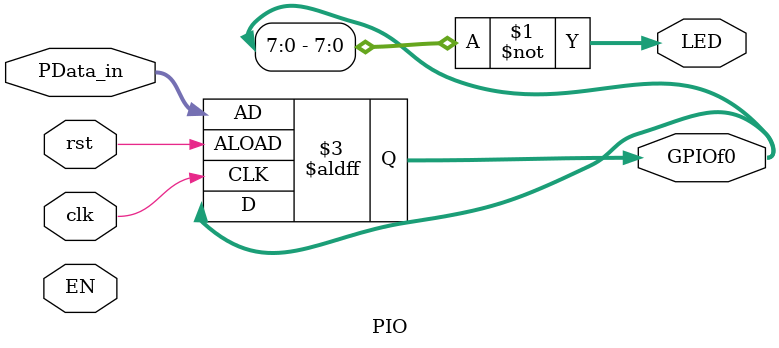
<source format=v>
`timescale 1ns / 1ps

module PIO(input wire clk,
input wire rst,
input wire EN,
input wire[31:0] PData_in,
output wire[7:0] LED,
output reg[31:0] GPIOf0
    );
assign LED = ~GPIOf0[7:0];
always @(negedge clk or posedge rst)begin
if(rst) GPIOf0 <= PData_in;
else GPIOf0 <= GPIOf0;
end


endmodule

</source>
